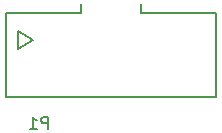
<source format=gbo>
G04 #@! TF.FileFunction,Legend,Bot*
%FSLAX46Y46*%
G04 Gerber Fmt 4.6, Leading zero omitted, Abs format (unit mm)*
G04 Created by KiCad (PCBNEW 4.0.1-stable) date 4/19/2016 1:19:52 PM*
%MOMM*%
G01*
G04 APERTURE LIST*
%ADD10C,0.100000*%
%ADD11C,0.150000*%
G04 APERTURE END LIST*
D10*
D11*
X22987000Y-24193500D02*
X22987000Y-31305500D01*
X40767000Y-24193500D02*
X40767000Y-31305500D01*
X29337000Y-23431500D02*
X29337000Y-24193500D01*
X29337000Y-24193500D02*
X22987000Y-24193500D01*
X22987000Y-31305500D02*
X40767000Y-31305500D01*
X40767000Y-24193500D02*
X34417000Y-24193500D01*
X34417000Y-24193500D02*
X34417000Y-23431500D01*
X25273000Y-26479500D02*
X24003000Y-27241500D01*
X24003000Y-27241500D02*
X24003000Y-25717500D01*
X24003000Y-25717500D02*
X25273000Y-26479500D01*
X26519095Y-34043881D02*
X26519095Y-33043881D01*
X26138142Y-33043881D01*
X26042904Y-33091500D01*
X25995285Y-33139119D01*
X25947666Y-33234357D01*
X25947666Y-33377214D01*
X25995285Y-33472452D01*
X26042904Y-33520071D01*
X26138142Y-33567690D01*
X26519095Y-33567690D01*
X24995285Y-34043881D02*
X25566714Y-34043881D01*
X25281000Y-34043881D02*
X25281000Y-33043881D01*
X25376238Y-33186738D01*
X25471476Y-33281976D01*
X25566714Y-33329595D01*
M02*

</source>
